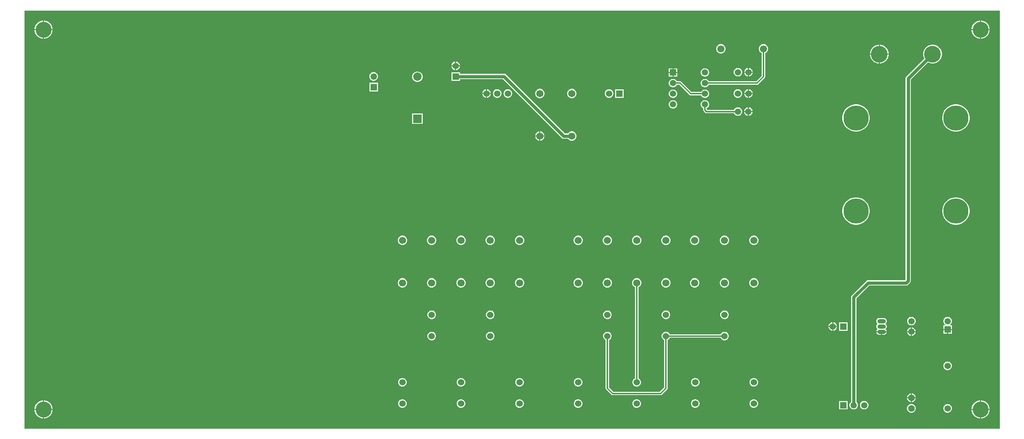
<source format=gbl>
G04*
G04 #@! TF.GenerationSoftware,Altium Limited,CircuitMaker,2.2.1 (2.2.1.6)*
G04*
G04 Layer_Physical_Order=2*
G04 Layer_Color=11436288*
%FSAX24Y24*%
%MOIN*%
G70*
G04*
G04 #@! TF.SameCoordinates,9E9C5540-E167-4C1C-9640-90AE9AA1DF71*
G04*
G04*
G04 #@! TF.FilePolarity,Positive*
G04*
G01*
G75*
%ADD37R,0.0787X0.0787*%
%ADD38C,0.0300*%
%ADD39C,0.0120*%
%ADD40C,0.0669*%
%ADD41C,0.0787*%
%ADD42R,0.0600X0.0600*%
%ADD43C,0.0600*%
%ADD44C,0.1500*%
%ADD45C,0.0591*%
%ADD46R,0.0591X0.0591*%
%ADD47C,0.0630*%
%ADD48R,0.0591X0.0591*%
%ADD49O,0.0787X0.0394*%
%ADD50O,0.0787X0.0394*%
%ADD51C,0.2362*%
%ADD52C,0.1575*%
%ADD53R,0.0600X0.0600*%
%ADD54R,0.0610X0.0610*%
%ADD55C,0.0610*%
G36*
X101600Y010000D02*
X010000D01*
Y049300D01*
X101600D01*
Y010000D01*
D02*
G37*
%LPC*%
G36*
X099884Y048350D02*
X099850D01*
Y047550D01*
X100650D01*
Y047584D01*
X100617Y047748D01*
X100553Y047903D01*
X100460Y048042D01*
X100342Y048160D01*
X100203Y048253D01*
X100048Y048317D01*
X099884Y048350D01*
D02*
G37*
G36*
X099750D02*
X099716D01*
X099552Y048317D01*
X099397Y048253D01*
X099258Y048160D01*
X099140Y048042D01*
X099047Y047903D01*
X098983Y047748D01*
X098950Y047584D01*
Y047550D01*
X099750D01*
Y048350D01*
D02*
G37*
G36*
X011884D02*
X011850D01*
Y047550D01*
X012650D01*
Y047584D01*
X012617Y047748D01*
X012553Y047903D01*
X012460Y048042D01*
X012342Y048160D01*
X012203Y048253D01*
X012048Y048317D01*
X011884Y048350D01*
D02*
G37*
G36*
X011750D02*
X011716D01*
X011552Y048317D01*
X011397Y048253D01*
X011258Y048160D01*
X011140Y048042D01*
X011047Y047903D01*
X010983Y047748D01*
X010950Y047584D01*
Y047550D01*
X011750D01*
Y048350D01*
D02*
G37*
G36*
X100650Y047450D02*
X099850D01*
Y046650D01*
X099884D01*
X100048Y046683D01*
X100203Y046747D01*
X100342Y046840D01*
X100460Y046958D01*
X100553Y047097D01*
X100617Y047252D01*
X100650Y047416D01*
Y047450D01*
D02*
G37*
G36*
X099750D02*
X098950D01*
Y047416D01*
X098983Y047252D01*
X099047Y047097D01*
X099140Y046958D01*
X099258Y046840D01*
X099397Y046747D01*
X099552Y046683D01*
X099716Y046650D01*
X099750D01*
Y047450D01*
D02*
G37*
G36*
X012650D02*
X011850D01*
Y046650D01*
X011884D01*
X012048Y046683D01*
X012203Y046747D01*
X012342Y046840D01*
X012460Y046958D01*
X012553Y047097D01*
X012617Y047252D01*
X012650Y047416D01*
Y047450D01*
D02*
G37*
G36*
X011750D02*
X010950D01*
Y047416D01*
X010983Y047252D01*
X011047Y047097D01*
X011140Y046958D01*
X011258Y046840D01*
X011397Y046747D01*
X011552Y046683D01*
X011716Y046650D01*
X011750D01*
Y047450D01*
D02*
G37*
G36*
X075457Y046135D02*
X075343D01*
X075232Y046105D01*
X075133Y046048D01*
X075052Y045967D01*
X074995Y045868D01*
X074965Y045757D01*
Y045643D01*
X074995Y045532D01*
X075052Y045433D01*
X075133Y045352D01*
X075232Y045295D01*
X075343Y045265D01*
X075457D01*
X075568Y045295D01*
X075667Y045352D01*
X075748Y045433D01*
X075805Y045532D01*
X075835Y045643D01*
Y045757D01*
X075805Y045868D01*
X075748Y045967D01*
X075667Y046048D01*
X075568Y046105D01*
X075457Y046135D01*
D02*
G37*
G36*
X090378Y046087D02*
X090341D01*
Y045250D01*
X091178D01*
Y045287D01*
X091144Y045459D01*
X091077Y045620D01*
X090980Y045766D01*
X090857Y045889D01*
X090711Y045986D01*
X090550Y046053D01*
X090378Y046087D01*
D02*
G37*
G36*
X090241D02*
X090204D01*
X090032Y046053D01*
X089871Y045986D01*
X089725Y045889D01*
X089602Y045766D01*
X089505Y045620D01*
X089438Y045459D01*
X089404Y045287D01*
Y045250D01*
X090241D01*
Y046087D01*
D02*
G37*
G36*
X095378D02*
X095204D01*
X095032Y046053D01*
X094871Y045986D01*
X094725Y045889D01*
X094602Y045766D01*
X094505Y045620D01*
X094438Y045459D01*
X094404Y045287D01*
Y045113D01*
X094438Y044941D01*
X094505Y044780D01*
X094507Y044776D01*
X092820Y043089D01*
X092765Y043007D01*
X092745Y042909D01*
Y024006D01*
X092694Y023955D01*
X089250D01*
X089152Y023935D01*
X089070Y023880D01*
X087704Y022515D01*
X087649Y022432D01*
X087629Y022334D01*
Y012504D01*
X087568Y012443D01*
X087516Y012353D01*
X087489Y012252D01*
Y012148D01*
X087516Y012047D01*
X087568Y011957D01*
X087642Y011884D01*
X087732Y011832D01*
X087832Y011805D01*
X087936D01*
X088037Y011832D01*
X088127Y011884D01*
X088201Y011957D01*
X088253Y012047D01*
X088280Y012148D01*
Y012252D01*
X088253Y012353D01*
X088201Y012443D01*
X088139Y012504D01*
Y022229D01*
X089356Y023445D01*
X092800D01*
X092898Y023465D01*
X092980Y023520D01*
X093180Y023720D01*
X093235Y023802D01*
X093255Y023900D01*
Y042803D01*
X094867Y044416D01*
X094871Y044414D01*
X095032Y044347D01*
X095204Y044313D01*
X095378D01*
X095550Y044347D01*
X095711Y044414D01*
X095857Y044511D01*
X095980Y044634D01*
X096077Y044780D01*
X096144Y044941D01*
X096178Y045113D01*
Y045287D01*
X096144Y045459D01*
X096077Y045620D01*
X095980Y045766D01*
X095857Y045889D01*
X095711Y045986D01*
X095550Y046053D01*
X095378Y046087D01*
D02*
G37*
G36*
X091178Y045150D02*
X090341D01*
Y044313D01*
X090378D01*
X090550Y044347D01*
X090711Y044414D01*
X090857Y044511D01*
X090980Y044634D01*
X091077Y044780D01*
X091144Y044941D01*
X091178Y045113D01*
Y045150D01*
D02*
G37*
G36*
X090241D02*
X089404D01*
Y045113D01*
X089438Y044941D01*
X089505Y044780D01*
X089602Y044634D01*
X089725Y044511D01*
X089871Y044414D01*
X090032Y044347D01*
X090204Y044313D01*
X090241D01*
Y045150D01*
D02*
G37*
G36*
X050553Y044500D02*
X050550D01*
Y044150D01*
X050900D01*
Y044153D01*
X050873Y044254D01*
X050820Y044346D01*
X050746Y044420D01*
X050654Y044473D01*
X050553Y044500D01*
D02*
G37*
G36*
X050450D02*
X050447D01*
X050346Y044473D01*
X050254Y044420D01*
X050180Y044346D01*
X050127Y044254D01*
X050100Y044153D01*
Y044150D01*
X050450D01*
Y044500D01*
D02*
G37*
G36*
X050900Y044050D02*
X050550D01*
Y043700D01*
X050553D01*
X050654Y043727D01*
X050746Y043780D01*
X050820Y043854D01*
X050873Y043946D01*
X050900Y044047D01*
Y044050D01*
D02*
G37*
G36*
X050450D02*
X050100D01*
Y044047D01*
X050127Y043946D01*
X050180Y043854D01*
X050254Y043780D01*
X050346Y043727D01*
X050447Y043700D01*
X050450D01*
Y044050D01*
D02*
G37*
G36*
X078052Y043895D02*
X078050D01*
Y043550D01*
X078395D01*
Y043552D01*
X078368Y043653D01*
X078316Y043743D01*
X078243Y043816D01*
X078153Y043868D01*
X078052Y043895D01*
D02*
G37*
G36*
X077950D02*
X077948D01*
X077847Y043868D01*
X077757Y043816D01*
X077684Y043743D01*
X077632Y043653D01*
X077605Y043552D01*
Y043550D01*
X077950D01*
Y043895D01*
D02*
G37*
G36*
X071310Y043866D02*
X070964D01*
Y043521D01*
X071310D01*
Y043866D01*
D02*
G37*
G36*
X070864D02*
X070519D01*
Y043521D01*
X070864D01*
Y043866D01*
D02*
G37*
G36*
X078395Y043450D02*
X078050D01*
Y043105D01*
X078052D01*
X078153Y043132D01*
X078243Y043184D01*
X078316Y043257D01*
X078368Y043347D01*
X078395Y043448D01*
Y043450D01*
D02*
G37*
G36*
X077950D02*
X077605D01*
Y043448D01*
X077632Y043347D01*
X077684Y043257D01*
X077757Y043184D01*
X077847Y043132D01*
X077948Y043105D01*
X077950D01*
Y043450D01*
D02*
G37*
G36*
X077068Y043895D02*
X076964D01*
X076863Y043868D01*
X076773Y043816D01*
X076699Y043743D01*
X076647Y043653D01*
X076620Y043552D01*
Y043448D01*
X076647Y043347D01*
X076699Y043257D01*
X076773Y043184D01*
X076863Y043132D01*
X076964Y043105D01*
X077068D01*
X077168Y043132D01*
X077258Y043184D01*
X077332Y043257D01*
X077384Y043347D01*
X077411Y043448D01*
Y043552D01*
X077384Y043653D01*
X077332Y043743D01*
X077258Y043816D01*
X077168Y043868D01*
X077068Y043895D01*
D02*
G37*
G36*
X073966Y043866D02*
X073862D01*
X073762Y043839D01*
X073672Y043787D01*
X073598Y043714D01*
X073546Y043623D01*
X073519Y043523D01*
Y043419D01*
X073546Y043318D01*
X073598Y043228D01*
X073672Y043155D01*
X073762Y043103D01*
X073862Y043076D01*
X073966D01*
X074067Y043103D01*
X074157Y043155D01*
X074231Y043228D01*
X074283Y043318D01*
X074310Y043419D01*
Y043523D01*
X074283Y043623D01*
X074231Y043714D01*
X074157Y043787D01*
X074067Y043839D01*
X073966Y043866D01*
D02*
G37*
G36*
X071310Y043421D02*
X070964D01*
Y043076D01*
X071310D01*
Y043421D01*
D02*
G37*
G36*
X070864D02*
X070519D01*
Y043076D01*
X070864D01*
Y043421D01*
D02*
G37*
G36*
X042853Y043505D02*
X042747D01*
X042644Y043478D01*
X042551Y043424D01*
X042476Y043349D01*
X042422Y043256D01*
X042395Y043153D01*
Y043047D01*
X042422Y042944D01*
X042476Y042851D01*
X042551Y042776D01*
X042644Y042722D01*
X042747Y042695D01*
X042853D01*
X042956Y042722D01*
X043049Y042776D01*
X043124Y042851D01*
X043178Y042944D01*
X043205Y043047D01*
Y043153D01*
X043178Y043256D01*
X043124Y043349D01*
X043049Y043424D01*
X042956Y043478D01*
X042853Y043505D01*
D02*
G37*
G36*
X079457Y046135D02*
X079343D01*
X079232Y046105D01*
X079133Y046048D01*
X079052Y045967D01*
X078995Y045868D01*
X078965Y045757D01*
Y045643D01*
X078995Y045532D01*
X079052Y045433D01*
X079133Y045352D01*
X079232Y045295D01*
X079237Y045294D01*
Y043138D01*
X078732Y042634D01*
X074277D01*
X074231Y042714D01*
X074157Y042787D01*
X074067Y042839D01*
X073966Y042866D01*
X073862D01*
X073762Y042839D01*
X073672Y042787D01*
X073598Y042714D01*
X073546Y042623D01*
X073519Y042523D01*
Y042419D01*
X073546Y042318D01*
X073598Y042228D01*
X073672Y042155D01*
X073762Y042103D01*
X073862Y042076D01*
X073966D01*
X074067Y042103D01*
X074157Y042155D01*
X074231Y042228D01*
X074277Y042308D01*
X078800D01*
X078862Y042320D01*
X078915Y042356D01*
X079515Y042956D01*
X079551Y043008D01*
X079563Y043071D01*
Y045294D01*
X079568Y045295D01*
X079667Y045352D01*
X079748Y045433D01*
X079805Y045532D01*
X079835Y045643D01*
Y045757D01*
X079805Y045868D01*
X079748Y045967D01*
X079667Y046048D01*
X079568Y046105D01*
X079457Y046135D01*
D02*
G37*
G36*
X046965Y043562D02*
X046835D01*
X046709Y043529D01*
X046597Y043464D01*
X046505Y043372D01*
X046440Y043259D01*
X046406Y043134D01*
Y043004D01*
X046440Y042878D01*
X046505Y042765D01*
X046597Y042673D01*
X046709Y042608D01*
X046835Y042575D01*
X046965D01*
X047091Y042608D01*
X047203Y042673D01*
X047295Y042765D01*
X047360Y042878D01*
X047394Y043004D01*
Y043134D01*
X047360Y043259D01*
X047295Y043372D01*
X047203Y043464D01*
X047091Y043529D01*
X046965Y043562D01*
D02*
G37*
G36*
X043205Y042505D02*
X042395D01*
Y041695D01*
X043205D01*
Y042505D01*
D02*
G37*
G36*
X053453Y041900D02*
X053450D01*
Y041550D01*
X053800D01*
Y041553D01*
X053773Y041654D01*
X053720Y041746D01*
X053646Y041820D01*
X053554Y041873D01*
X053453Y041900D01*
D02*
G37*
G36*
X078053D02*
X078050D01*
Y041550D01*
X078400D01*
Y041553D01*
X078373Y041654D01*
X078320Y041746D01*
X078246Y041820D01*
X078154Y041873D01*
X078053Y041900D01*
D02*
G37*
G36*
X077950D02*
X077947D01*
X077846Y041873D01*
X077754Y041820D01*
X077680Y041746D01*
X077627Y041654D01*
X077600Y041553D01*
Y041550D01*
X077950D01*
Y041900D01*
D02*
G37*
G36*
X053350D02*
X053347D01*
X053246Y041873D01*
X053154Y041820D01*
X053080Y041746D01*
X053027Y041654D01*
X053000Y041553D01*
Y041550D01*
X053350D01*
Y041900D01*
D02*
G37*
G36*
X066292Y041900D02*
X065492D01*
Y041100D01*
X066292D01*
Y041900D01*
D02*
G37*
G36*
X064961D02*
X064855D01*
X064754Y041873D01*
X064662Y041820D01*
X064588Y041746D01*
X064535Y041654D01*
X064508Y041553D01*
Y041447D01*
X064535Y041346D01*
X064588Y041254D01*
X064662Y041180D01*
X064754Y041127D01*
X064855Y041100D01*
X064961D01*
X065062Y041127D01*
X065154Y041180D01*
X065228Y041254D01*
X065281Y041346D01*
X065308Y041447D01*
Y041553D01*
X065281Y041654D01*
X065228Y041746D01*
X065154Y041820D01*
X065062Y041873D01*
X064961Y041900D01*
D02*
G37*
G36*
X078400Y041450D02*
X078050D01*
Y041100D01*
X078053D01*
X078154Y041127D01*
X078246Y041180D01*
X078320Y041254D01*
X078373Y041346D01*
X078400Y041447D01*
Y041450D01*
D02*
G37*
G36*
X077950D02*
X077600D01*
Y041447D01*
X077627Y041346D01*
X077680Y041254D01*
X077754Y041180D01*
X077846Y041127D01*
X077947Y041100D01*
X077950D01*
Y041450D01*
D02*
G37*
G36*
X077053Y041900D02*
X076947D01*
X076846Y041873D01*
X076754Y041820D01*
X076680Y041746D01*
X076627Y041654D01*
X076600Y041553D01*
Y041447D01*
X076627Y041346D01*
X076680Y041254D01*
X076754Y041180D01*
X076846Y041127D01*
X076947Y041100D01*
X077053D01*
X077154Y041127D01*
X077246Y041180D01*
X077320Y041254D01*
X077373Y041346D01*
X077400Y041447D01*
Y041553D01*
X077373Y041654D01*
X077320Y041746D01*
X077246Y041820D01*
X077154Y041873D01*
X077053Y041900D01*
D02*
G37*
G36*
X055453D02*
X055347D01*
X055246Y041873D01*
X055154Y041820D01*
X055080Y041746D01*
X055027Y041654D01*
X055000Y041553D01*
Y041447D01*
X055027Y041346D01*
X055080Y041254D01*
X055154Y041180D01*
X055246Y041127D01*
X055347Y041100D01*
X055453D01*
X055554Y041127D01*
X055646Y041180D01*
X055720Y041254D01*
X055773Y041346D01*
X055800Y041447D01*
Y041553D01*
X055773Y041654D01*
X055720Y041746D01*
X055646Y041820D01*
X055554Y041873D01*
X055453Y041900D01*
D02*
G37*
G36*
X054453D02*
X054347D01*
X054246Y041873D01*
X054154Y041820D01*
X054080Y041746D01*
X054027Y041654D01*
X054000Y041553D01*
Y041447D01*
X054027Y041346D01*
X054080Y041254D01*
X054154Y041180D01*
X054246Y041127D01*
X054347Y041100D01*
X054453D01*
X054554Y041127D01*
X054646Y041180D01*
X054720Y041254D01*
X054773Y041346D01*
X054800Y041447D01*
Y041553D01*
X054773Y041654D01*
X054720Y041746D01*
X054646Y041820D01*
X054554Y041873D01*
X054453Y041900D01*
D02*
G37*
G36*
X053800Y041450D02*
X053450D01*
Y041100D01*
X053453D01*
X053554Y041127D01*
X053646Y041180D01*
X053720Y041254D01*
X053773Y041346D01*
X053800Y041447D01*
Y041450D01*
D02*
G37*
G36*
X053350D02*
X053000D01*
Y041447D01*
X053027Y041346D01*
X053080Y041254D01*
X053154Y041180D01*
X053246Y041127D01*
X053347Y041100D01*
X053350D01*
Y041450D01*
D02*
G37*
G36*
X070966Y042866D02*
X070862D01*
X070762Y042839D01*
X070672Y042787D01*
X070598Y042714D01*
X070546Y042623D01*
X070519Y042523D01*
Y042419D01*
X070546Y042318D01*
X070598Y042228D01*
X070672Y042155D01*
X070762Y042103D01*
X070862Y042076D01*
X070966D01*
X071067Y042103D01*
X071157Y042155D01*
X071231Y042228D01*
X071277Y042308D01*
X071512D01*
X072464Y041356D01*
X072517Y041320D01*
X072579Y041308D01*
X072579Y041308D01*
X073552D01*
X073598Y041228D01*
X073672Y041155D01*
X073762Y041103D01*
X073862Y041076D01*
X073966D01*
X074067Y041103D01*
X074157Y041155D01*
X074231Y041228D01*
X074283Y041318D01*
X074310Y041419D01*
Y041523D01*
X074283Y041623D01*
X074231Y041714D01*
X074157Y041787D01*
X074067Y041839D01*
X073966Y041866D01*
X073862D01*
X073762Y041839D01*
X073672Y041787D01*
X073598Y041714D01*
X073552Y041634D01*
X072647D01*
X071694Y042586D01*
X071642Y042622D01*
X071579Y042634D01*
X071277D01*
X071231Y042714D01*
X071157Y042787D01*
X071067Y042839D01*
X070966Y042866D01*
D02*
G37*
G36*
Y041866D02*
X070862D01*
X070762Y041839D01*
X070672Y041787D01*
X070598Y041714D01*
X070546Y041623D01*
X070519Y041523D01*
Y041419D01*
X070546Y041318D01*
X070598Y041228D01*
X070672Y041155D01*
X070762Y041103D01*
X070862Y041076D01*
X070966D01*
X071067Y041103D01*
X071157Y041155D01*
X071231Y041228D01*
X071283Y041318D01*
X071310Y041419D01*
Y041523D01*
X071283Y041623D01*
X071231Y041714D01*
X071157Y041787D01*
X071067Y041839D01*
X070966Y041866D01*
D02*
G37*
G36*
X061457Y041935D02*
X061343D01*
X061232Y041905D01*
X061133Y041848D01*
X061052Y041767D01*
X060995Y041668D01*
X060965Y041557D01*
Y041443D01*
X060995Y041332D01*
X061052Y041233D01*
X061133Y041152D01*
X061232Y041095D01*
X061343Y041065D01*
X061457D01*
X061568Y041095D01*
X061667Y041152D01*
X061748Y041233D01*
X061805Y041332D01*
X061835Y041443D01*
Y041557D01*
X061805Y041668D01*
X061748Y041767D01*
X061667Y041848D01*
X061568Y041905D01*
X061457Y041935D01*
D02*
G37*
G36*
X058457D02*
X058343D01*
X058232Y041905D01*
X058133Y041848D01*
X058052Y041767D01*
X057995Y041668D01*
X057965Y041557D01*
Y041443D01*
X057995Y041332D01*
X058052Y041233D01*
X058133Y041152D01*
X058232Y041095D01*
X058343Y041065D01*
X058457D01*
X058568Y041095D01*
X058667Y041152D01*
X058748Y041233D01*
X058805Y041332D01*
X058835Y041443D01*
Y041557D01*
X058805Y041668D01*
X058748Y041767D01*
X058667Y041848D01*
X058568Y041905D01*
X058457Y041935D01*
D02*
G37*
G36*
X070966Y040866D02*
X070862D01*
X070762Y040839D01*
X070672Y040787D01*
X070598Y040714D01*
X070546Y040623D01*
X070519Y040523D01*
Y040419D01*
X070546Y040318D01*
X070598Y040228D01*
X070672Y040155D01*
X070762Y040103D01*
X070862Y040076D01*
X070966D01*
X071067Y040103D01*
X071157Y040155D01*
X071231Y040228D01*
X071283Y040318D01*
X071310Y040419D01*
Y040523D01*
X071283Y040623D01*
X071231Y040714D01*
X071157Y040787D01*
X071067Y040839D01*
X070966Y040866D01*
D02*
G37*
G36*
X078044Y040195D02*
X078042D01*
Y039850D01*
X078387D01*
Y039852D01*
X078360Y039953D01*
X078308Y040043D01*
X078235Y040116D01*
X078145Y040168D01*
X078044Y040195D01*
D02*
G37*
G36*
X077942D02*
X077940D01*
X077840Y040168D01*
X077749Y040116D01*
X077676Y040043D01*
X077624Y039953D01*
X077597Y039852D01*
Y039850D01*
X077942D01*
Y040195D01*
D02*
G37*
G36*
X078387Y039750D02*
X078042D01*
Y039405D01*
X078044D01*
X078145Y039432D01*
X078235Y039484D01*
X078308Y039557D01*
X078360Y039647D01*
X078387Y039748D01*
Y039750D01*
D02*
G37*
G36*
X077942D02*
X077597D01*
Y039748D01*
X077624Y039647D01*
X077676Y039557D01*
X077749Y039484D01*
X077840Y039432D01*
X077940Y039405D01*
X077942D01*
Y039750D01*
D02*
G37*
G36*
X073966Y040866D02*
X073862D01*
X073762Y040839D01*
X073672Y040787D01*
X073598Y040714D01*
X073546Y040623D01*
X073519Y040523D01*
Y040419D01*
X073546Y040318D01*
X073598Y040228D01*
X073672Y040155D01*
X073751Y040109D01*
Y039936D01*
X073764Y039873D01*
X073799Y039820D01*
X073935Y039685D01*
X073988Y039649D01*
X074050Y039637D01*
X076646D01*
X076692Y039557D01*
X076765Y039484D01*
X076855Y039432D01*
X076956Y039405D01*
X077060D01*
X077160Y039432D01*
X077251Y039484D01*
X077324Y039557D01*
X077376Y039647D01*
X077403Y039748D01*
Y039852D01*
X077376Y039953D01*
X077324Y040043D01*
X077251Y040116D01*
X077160Y040168D01*
X077060Y040195D01*
X076956D01*
X076855Y040168D01*
X076765Y040116D01*
X076692Y040043D01*
X076646Y039963D01*
X074118D01*
X074077Y040003D01*
Y040109D01*
X074157Y040155D01*
X074231Y040228D01*
X074283Y040318D01*
X074310Y040419D01*
Y040523D01*
X074283Y040623D01*
X074231Y040714D01*
X074157Y040787D01*
X074067Y040839D01*
X073966Y040866D01*
D02*
G37*
G36*
X047394Y039625D02*
X046406D01*
Y038638D01*
X047394D01*
Y039625D01*
D02*
G37*
G36*
X097583Y040481D02*
X097381D01*
X097182Y040450D01*
X096990Y040387D01*
X096810Y040296D01*
X096647Y040177D01*
X096505Y040035D01*
X096386Y039871D01*
X096295Y039692D01*
X096232Y039500D01*
X096201Y039301D01*
Y039099D01*
X096232Y038900D01*
X096295Y038708D01*
X096386Y038529D01*
X096505Y038365D01*
X096647Y038223D01*
X096810Y038104D01*
X096990Y038013D01*
X097182Y037950D01*
X097381Y037919D01*
X097583D01*
X097782Y037950D01*
X097974Y038013D01*
X098153Y038104D01*
X098316Y038223D01*
X098459Y038365D01*
X098578Y038529D01*
X098669Y038708D01*
X098731Y038900D01*
X098763Y039099D01*
Y039301D01*
X098731Y039500D01*
X098669Y039692D01*
X098578Y039871D01*
X098459Y040035D01*
X098316Y040177D01*
X098153Y040296D01*
X097974Y040387D01*
X097782Y040450D01*
X097583Y040481D01*
D02*
G37*
G36*
X088201D02*
X087999D01*
X087800Y040450D01*
X087608Y040387D01*
X087429Y040296D01*
X087265Y040177D01*
X087123Y040035D01*
X087004Y039871D01*
X086913Y039692D01*
X086850Y039500D01*
X086819Y039301D01*
Y039099D01*
X086850Y038900D01*
X086913Y038708D01*
X087004Y038529D01*
X087123Y038365D01*
X087265Y038223D01*
X087429Y038104D01*
X087608Y038013D01*
X087800Y037950D01*
X087999Y037919D01*
X088201D01*
X088400Y037950D01*
X088592Y038013D01*
X088771Y038104D01*
X088935Y038223D01*
X089077Y038365D01*
X089196Y038529D01*
X089287Y038708D01*
X089350Y038900D01*
X089381Y039099D01*
Y039301D01*
X089350Y039500D01*
X089287Y039692D01*
X089196Y039871D01*
X089077Y040035D01*
X088935Y040177D01*
X088771Y040296D01*
X088592Y040387D01*
X088400Y040450D01*
X088201Y040481D01*
D02*
G37*
G36*
X058457Y037935D02*
X058450D01*
Y037550D01*
X058835D01*
Y037557D01*
X058805Y037668D01*
X058748Y037767D01*
X058667Y037848D01*
X058568Y037905D01*
X058457Y037935D01*
D02*
G37*
G36*
X058350D02*
X058343D01*
X058232Y037905D01*
X058133Y037848D01*
X058052Y037767D01*
X057995Y037668D01*
X057965Y037557D01*
Y037550D01*
X058350D01*
Y037935D01*
D02*
G37*
G36*
X050900Y043500D02*
X050100D01*
Y042700D01*
X050900D01*
Y042845D01*
X054944D01*
X060470Y037320D01*
X060552Y037264D01*
X060650Y037245D01*
X061045D01*
X061052Y037233D01*
X061133Y037152D01*
X061232Y037095D01*
X061343Y037065D01*
X061457D01*
X061568Y037095D01*
X061667Y037152D01*
X061748Y037233D01*
X061805Y037332D01*
X061835Y037443D01*
Y037557D01*
X061805Y037668D01*
X061748Y037767D01*
X061667Y037848D01*
X061568Y037905D01*
X061457Y037935D01*
X061343D01*
X061232Y037905D01*
X061133Y037848D01*
X061052Y037767D01*
X061045Y037755D01*
X060756D01*
X055230Y043280D01*
X055148Y043335D01*
X055050Y043355D01*
X050900D01*
Y043500D01*
D02*
G37*
G36*
X058835Y037450D02*
X058450D01*
Y037065D01*
X058457D01*
X058568Y037095D01*
X058667Y037152D01*
X058748Y037233D01*
X058805Y037332D01*
X058835Y037443D01*
Y037450D01*
D02*
G37*
G36*
X058350D02*
X057965D01*
Y037443D01*
X057995Y037332D01*
X058052Y037233D01*
X058133Y037152D01*
X058232Y037095D01*
X058343Y037065D01*
X058350D01*
Y037450D01*
D02*
G37*
G36*
X097583Y031729D02*
X097381D01*
X097182Y031698D01*
X096990Y031635D01*
X096810Y031544D01*
X096647Y031425D01*
X096505Y031283D01*
X096386Y031119D01*
X096295Y030940D01*
X096232Y030748D01*
X096201Y030549D01*
Y030347D01*
X096232Y030148D01*
X096295Y029956D01*
X096386Y029777D01*
X096505Y029613D01*
X096647Y029471D01*
X096810Y029352D01*
X096990Y029261D01*
X097182Y029198D01*
X097381Y029167D01*
X097583D01*
X097782Y029198D01*
X097974Y029261D01*
X098153Y029352D01*
X098316Y029471D01*
X098459Y029613D01*
X098578Y029777D01*
X098669Y029956D01*
X098731Y030148D01*
X098763Y030347D01*
Y030549D01*
X098731Y030748D01*
X098669Y030940D01*
X098578Y031119D01*
X098459Y031283D01*
X098316Y031425D01*
X098153Y031544D01*
X097974Y031635D01*
X097782Y031698D01*
X097583Y031729D01*
D02*
G37*
G36*
X088201D02*
X087999D01*
X087800Y031698D01*
X087608Y031635D01*
X087429Y031544D01*
X087265Y031425D01*
X087123Y031283D01*
X087004Y031119D01*
X086913Y030940D01*
X086850Y030748D01*
X086819Y030549D01*
Y030347D01*
X086850Y030148D01*
X086913Y029956D01*
X087004Y029777D01*
X087123Y029613D01*
X087265Y029471D01*
X087429Y029352D01*
X087608Y029261D01*
X087800Y029198D01*
X087999Y029167D01*
X088201D01*
X088400Y029198D01*
X088592Y029261D01*
X088771Y029352D01*
X088935Y029471D01*
X089077Y029613D01*
X089196Y029777D01*
X089287Y029956D01*
X089350Y030148D01*
X089381Y030347D01*
Y030549D01*
X089350Y030748D01*
X089287Y030940D01*
X089196Y031119D01*
X089077Y031283D01*
X088935Y031425D01*
X088771Y031544D01*
X088592Y031635D01*
X088400Y031698D01*
X088201Y031729D01*
D02*
G37*
G36*
X078557Y028135D02*
X078443D01*
X078332Y028105D01*
X078233Y028048D01*
X078152Y027967D01*
X078095Y027868D01*
X078065Y027757D01*
Y027643D01*
X078095Y027532D01*
X078152Y027433D01*
X078233Y027352D01*
X078332Y027295D01*
X078443Y027265D01*
X078557D01*
X078668Y027295D01*
X078767Y027352D01*
X078848Y027433D01*
X078905Y027532D01*
X078935Y027643D01*
Y027757D01*
X078905Y027868D01*
X078848Y027967D01*
X078767Y028048D01*
X078668Y028105D01*
X078557Y028135D01*
D02*
G37*
G36*
X075807D02*
X075693D01*
X075582Y028105D01*
X075483Y028048D01*
X075402Y027967D01*
X075345Y027868D01*
X075315Y027757D01*
Y027643D01*
X075345Y027532D01*
X075402Y027433D01*
X075483Y027352D01*
X075582Y027295D01*
X075693Y027265D01*
X075807D01*
X075918Y027295D01*
X076017Y027352D01*
X076098Y027433D01*
X076155Y027532D01*
X076185Y027643D01*
Y027757D01*
X076155Y027868D01*
X076098Y027967D01*
X076017Y028048D01*
X075918Y028105D01*
X075807Y028135D01*
D02*
G37*
G36*
X073007D02*
X072893D01*
X072782Y028105D01*
X072683Y028048D01*
X072602Y027967D01*
X072545Y027868D01*
X072515Y027757D01*
Y027643D01*
X072545Y027532D01*
X072602Y027433D01*
X072683Y027352D01*
X072782Y027295D01*
X072893Y027265D01*
X073007D01*
X073118Y027295D01*
X073217Y027352D01*
X073298Y027433D01*
X073355Y027532D01*
X073385Y027643D01*
Y027757D01*
X073355Y027868D01*
X073298Y027967D01*
X073217Y028048D01*
X073118Y028105D01*
X073007Y028135D01*
D02*
G37*
G36*
X070307D02*
X070193D01*
X070082Y028105D01*
X069983Y028048D01*
X069902Y027967D01*
X069845Y027868D01*
X069815Y027757D01*
Y027643D01*
X069845Y027532D01*
X069902Y027433D01*
X069983Y027352D01*
X070082Y027295D01*
X070193Y027265D01*
X070307D01*
X070418Y027295D01*
X070517Y027352D01*
X070598Y027433D01*
X070655Y027532D01*
X070685Y027643D01*
Y027757D01*
X070655Y027868D01*
X070598Y027967D01*
X070517Y028048D01*
X070418Y028105D01*
X070307Y028135D01*
D02*
G37*
G36*
X067557D02*
X067443D01*
X067332Y028105D01*
X067233Y028048D01*
X067152Y027967D01*
X067095Y027868D01*
X067065Y027757D01*
Y027643D01*
X067095Y027532D01*
X067152Y027433D01*
X067233Y027352D01*
X067332Y027295D01*
X067443Y027265D01*
X067557D01*
X067668Y027295D01*
X067767Y027352D01*
X067848Y027433D01*
X067905Y027532D01*
X067935Y027643D01*
Y027757D01*
X067905Y027868D01*
X067848Y027967D01*
X067767Y028048D01*
X067668Y028105D01*
X067557Y028135D01*
D02*
G37*
G36*
X064807D02*
X064693D01*
X064582Y028105D01*
X064483Y028048D01*
X064402Y027967D01*
X064345Y027868D01*
X064315Y027757D01*
Y027643D01*
X064345Y027532D01*
X064402Y027433D01*
X064483Y027352D01*
X064582Y027295D01*
X064693Y027265D01*
X064807D01*
X064918Y027295D01*
X065017Y027352D01*
X065098Y027433D01*
X065155Y027532D01*
X065185Y027643D01*
Y027757D01*
X065155Y027868D01*
X065098Y027967D01*
X065017Y028048D01*
X064918Y028105D01*
X064807Y028135D01*
D02*
G37*
G36*
X062057D02*
X061943D01*
X061832Y028105D01*
X061733Y028048D01*
X061652Y027967D01*
X061595Y027868D01*
X061565Y027757D01*
Y027643D01*
X061595Y027532D01*
X061652Y027433D01*
X061733Y027352D01*
X061832Y027295D01*
X061943Y027265D01*
X062057D01*
X062168Y027295D01*
X062267Y027352D01*
X062348Y027433D01*
X062405Y027532D01*
X062435Y027643D01*
Y027757D01*
X062405Y027868D01*
X062348Y027967D01*
X062267Y028048D01*
X062168Y028105D01*
X062057Y028135D01*
D02*
G37*
G36*
X056557D02*
X056443D01*
X056332Y028105D01*
X056233Y028048D01*
X056152Y027967D01*
X056095Y027868D01*
X056065Y027757D01*
Y027643D01*
X056095Y027532D01*
X056152Y027433D01*
X056233Y027352D01*
X056332Y027295D01*
X056443Y027265D01*
X056557D01*
X056668Y027295D01*
X056767Y027352D01*
X056848Y027433D01*
X056905Y027532D01*
X056935Y027643D01*
Y027757D01*
X056905Y027868D01*
X056848Y027967D01*
X056767Y028048D01*
X056668Y028105D01*
X056557Y028135D01*
D02*
G37*
G36*
X053807D02*
X053693D01*
X053582Y028105D01*
X053483Y028048D01*
X053402Y027967D01*
X053345Y027868D01*
X053315Y027757D01*
Y027643D01*
X053345Y027532D01*
X053402Y027433D01*
X053483Y027352D01*
X053582Y027295D01*
X053693Y027265D01*
X053807D01*
X053918Y027295D01*
X054017Y027352D01*
X054098Y027433D01*
X054155Y027532D01*
X054185Y027643D01*
Y027757D01*
X054155Y027868D01*
X054098Y027967D01*
X054017Y028048D01*
X053918Y028105D01*
X053807Y028135D01*
D02*
G37*
G36*
X051057D02*
X050943D01*
X050832Y028105D01*
X050733Y028048D01*
X050652Y027967D01*
X050595Y027868D01*
X050565Y027757D01*
Y027643D01*
X050595Y027532D01*
X050652Y027433D01*
X050733Y027352D01*
X050832Y027295D01*
X050943Y027265D01*
X051057D01*
X051168Y027295D01*
X051267Y027352D01*
X051348Y027433D01*
X051405Y027532D01*
X051435Y027643D01*
Y027757D01*
X051405Y027868D01*
X051348Y027967D01*
X051267Y028048D01*
X051168Y028105D01*
X051057Y028135D01*
D02*
G37*
G36*
X048307D02*
X048193D01*
X048082Y028105D01*
X047983Y028048D01*
X047902Y027967D01*
X047845Y027868D01*
X047815Y027757D01*
Y027643D01*
X047845Y027532D01*
X047902Y027433D01*
X047983Y027352D01*
X048082Y027295D01*
X048193Y027265D01*
X048307D01*
X048418Y027295D01*
X048517Y027352D01*
X048598Y027433D01*
X048655Y027532D01*
X048685Y027643D01*
Y027757D01*
X048655Y027868D01*
X048598Y027967D01*
X048517Y028048D01*
X048418Y028105D01*
X048307Y028135D01*
D02*
G37*
G36*
X045557D02*
X045443D01*
X045332Y028105D01*
X045233Y028048D01*
X045152Y027967D01*
X045095Y027868D01*
X045065Y027757D01*
Y027643D01*
X045095Y027532D01*
X045152Y027433D01*
X045233Y027352D01*
X045332Y027295D01*
X045443Y027265D01*
X045557D01*
X045668Y027295D01*
X045767Y027352D01*
X045848Y027433D01*
X045905Y027532D01*
X045935Y027643D01*
Y027757D01*
X045905Y027868D01*
X045848Y027967D01*
X045767Y028048D01*
X045668Y028105D01*
X045557Y028135D01*
D02*
G37*
G36*
X078557Y024135D02*
X078443D01*
X078332Y024105D01*
X078233Y024048D01*
X078152Y023967D01*
X078095Y023868D01*
X078065Y023757D01*
Y023643D01*
X078095Y023532D01*
X078152Y023433D01*
X078233Y023352D01*
X078332Y023295D01*
X078443Y023265D01*
X078557D01*
X078668Y023295D01*
X078767Y023352D01*
X078848Y023433D01*
X078905Y023532D01*
X078935Y023643D01*
Y023757D01*
X078905Y023868D01*
X078848Y023967D01*
X078767Y024048D01*
X078668Y024105D01*
X078557Y024135D01*
D02*
G37*
G36*
X075807D02*
X075693D01*
X075582Y024105D01*
X075483Y024048D01*
X075402Y023967D01*
X075345Y023868D01*
X075315Y023757D01*
Y023643D01*
X075345Y023532D01*
X075402Y023433D01*
X075483Y023352D01*
X075582Y023295D01*
X075693Y023265D01*
X075807D01*
X075918Y023295D01*
X076017Y023352D01*
X076098Y023433D01*
X076155Y023532D01*
X076185Y023643D01*
Y023757D01*
X076155Y023868D01*
X076098Y023967D01*
X076017Y024048D01*
X075918Y024105D01*
X075807Y024135D01*
D02*
G37*
G36*
X073007D02*
X072893D01*
X072782Y024105D01*
X072683Y024048D01*
X072602Y023967D01*
X072545Y023868D01*
X072515Y023757D01*
Y023643D01*
X072545Y023532D01*
X072602Y023433D01*
X072683Y023352D01*
X072782Y023295D01*
X072893Y023265D01*
X073007D01*
X073118Y023295D01*
X073217Y023352D01*
X073298Y023433D01*
X073355Y023532D01*
X073385Y023643D01*
Y023757D01*
X073355Y023868D01*
X073298Y023967D01*
X073217Y024048D01*
X073118Y024105D01*
X073007Y024135D01*
D02*
G37*
G36*
X070307D02*
X070193D01*
X070082Y024105D01*
X069983Y024048D01*
X069902Y023967D01*
X069845Y023868D01*
X069815Y023757D01*
Y023643D01*
X069845Y023532D01*
X069902Y023433D01*
X069983Y023352D01*
X070082Y023295D01*
X070193Y023265D01*
X070307D01*
X070418Y023295D01*
X070517Y023352D01*
X070598Y023433D01*
X070655Y023532D01*
X070685Y023643D01*
Y023757D01*
X070655Y023868D01*
X070598Y023967D01*
X070517Y024048D01*
X070418Y024105D01*
X070307Y024135D01*
D02*
G37*
G36*
X064807D02*
X064693D01*
X064582Y024105D01*
X064483Y024048D01*
X064402Y023967D01*
X064345Y023868D01*
X064315Y023757D01*
Y023643D01*
X064345Y023532D01*
X064402Y023433D01*
X064483Y023352D01*
X064582Y023295D01*
X064693Y023265D01*
X064807D01*
X064918Y023295D01*
X065017Y023352D01*
X065098Y023433D01*
X065155Y023532D01*
X065185Y023643D01*
Y023757D01*
X065155Y023868D01*
X065098Y023967D01*
X065017Y024048D01*
X064918Y024105D01*
X064807Y024135D01*
D02*
G37*
G36*
X062057D02*
X061943D01*
X061832Y024105D01*
X061733Y024048D01*
X061652Y023967D01*
X061595Y023868D01*
X061565Y023757D01*
Y023643D01*
X061595Y023532D01*
X061652Y023433D01*
X061733Y023352D01*
X061832Y023295D01*
X061943Y023265D01*
X062057D01*
X062168Y023295D01*
X062267Y023352D01*
X062348Y023433D01*
X062405Y023532D01*
X062435Y023643D01*
Y023757D01*
X062405Y023868D01*
X062348Y023967D01*
X062267Y024048D01*
X062168Y024105D01*
X062057Y024135D01*
D02*
G37*
G36*
X056557D02*
X056443D01*
X056332Y024105D01*
X056233Y024048D01*
X056152Y023967D01*
X056095Y023868D01*
X056065Y023757D01*
Y023643D01*
X056095Y023532D01*
X056152Y023433D01*
X056233Y023352D01*
X056332Y023295D01*
X056443Y023265D01*
X056557D01*
X056668Y023295D01*
X056767Y023352D01*
X056848Y023433D01*
X056905Y023532D01*
X056935Y023643D01*
Y023757D01*
X056905Y023868D01*
X056848Y023967D01*
X056767Y024048D01*
X056668Y024105D01*
X056557Y024135D01*
D02*
G37*
G36*
X053807D02*
X053693D01*
X053582Y024105D01*
X053483Y024048D01*
X053402Y023967D01*
X053345Y023868D01*
X053315Y023757D01*
Y023643D01*
X053345Y023532D01*
X053402Y023433D01*
X053483Y023352D01*
X053582Y023295D01*
X053693Y023265D01*
X053807D01*
X053918Y023295D01*
X054017Y023352D01*
X054098Y023433D01*
X054155Y023532D01*
X054185Y023643D01*
Y023757D01*
X054155Y023868D01*
X054098Y023967D01*
X054017Y024048D01*
X053918Y024105D01*
X053807Y024135D01*
D02*
G37*
G36*
X051057D02*
X050943D01*
X050832Y024105D01*
X050733Y024048D01*
X050652Y023967D01*
X050595Y023868D01*
X050565Y023757D01*
Y023643D01*
X050595Y023532D01*
X050652Y023433D01*
X050733Y023352D01*
X050832Y023295D01*
X050943Y023265D01*
X051057D01*
X051168Y023295D01*
X051267Y023352D01*
X051348Y023433D01*
X051405Y023532D01*
X051435Y023643D01*
Y023757D01*
X051405Y023868D01*
X051348Y023967D01*
X051267Y024048D01*
X051168Y024105D01*
X051057Y024135D01*
D02*
G37*
G36*
X048307D02*
X048193D01*
X048082Y024105D01*
X047983Y024048D01*
X047902Y023967D01*
X047845Y023868D01*
X047815Y023757D01*
Y023643D01*
X047845Y023532D01*
X047902Y023433D01*
X047983Y023352D01*
X048082Y023295D01*
X048193Y023265D01*
X048307D01*
X048418Y023295D01*
X048517Y023352D01*
X048598Y023433D01*
X048655Y023532D01*
X048685Y023643D01*
Y023757D01*
X048655Y023868D01*
X048598Y023967D01*
X048517Y024048D01*
X048418Y024105D01*
X048307Y024135D01*
D02*
G37*
G36*
X045557D02*
X045443D01*
X045332Y024105D01*
X045233Y024048D01*
X045152Y023967D01*
X045095Y023868D01*
X045065Y023757D01*
Y023643D01*
X045095Y023532D01*
X045152Y023433D01*
X045233Y023352D01*
X045332Y023295D01*
X045443Y023265D01*
X045557D01*
X045668Y023295D01*
X045767Y023352D01*
X045848Y023433D01*
X045905Y023532D01*
X045935Y023643D01*
Y023757D01*
X045905Y023868D01*
X045848Y023967D01*
X045767Y024048D01*
X045668Y024105D01*
X045557Y024135D01*
D02*
G37*
G36*
X075803Y021100D02*
X075697D01*
X075596Y021073D01*
X075504Y021020D01*
X075430Y020946D01*
X075377Y020854D01*
X075350Y020753D01*
Y020647D01*
X075377Y020546D01*
X075430Y020454D01*
X075504Y020380D01*
X075596Y020327D01*
X075697Y020300D01*
X075803D01*
X075904Y020327D01*
X075996Y020380D01*
X076070Y020454D01*
X076123Y020546D01*
X076150Y020647D01*
Y020753D01*
X076123Y020854D01*
X076070Y020946D01*
X075996Y021020D01*
X075904Y021073D01*
X075803Y021100D01*
D02*
G37*
G36*
X070303D02*
X070197D01*
X070096Y021073D01*
X070004Y021020D01*
X069930Y020946D01*
X069877Y020854D01*
X069850Y020753D01*
Y020647D01*
X069877Y020546D01*
X069930Y020454D01*
X070004Y020380D01*
X070096Y020327D01*
X070197Y020300D01*
X070303D01*
X070404Y020327D01*
X070496Y020380D01*
X070570Y020454D01*
X070623Y020546D01*
X070650Y020647D01*
Y020753D01*
X070623Y020854D01*
X070570Y020946D01*
X070496Y021020D01*
X070404Y021073D01*
X070303Y021100D01*
D02*
G37*
G36*
X064803D02*
X064697D01*
X064596Y021073D01*
X064504Y021020D01*
X064430Y020946D01*
X064377Y020854D01*
X064350Y020753D01*
Y020647D01*
X064377Y020546D01*
X064430Y020454D01*
X064504Y020380D01*
X064596Y020327D01*
X064697Y020300D01*
X064803D01*
X064904Y020327D01*
X064996Y020380D01*
X065070Y020454D01*
X065123Y020546D01*
X065150Y020647D01*
Y020753D01*
X065123Y020854D01*
X065070Y020946D01*
X064996Y021020D01*
X064904Y021073D01*
X064803Y021100D01*
D02*
G37*
G36*
X053803D02*
X053697D01*
X053596Y021073D01*
X053504Y021020D01*
X053430Y020946D01*
X053377Y020854D01*
X053350Y020753D01*
Y020647D01*
X053377Y020546D01*
X053430Y020454D01*
X053504Y020380D01*
X053596Y020327D01*
X053697Y020300D01*
X053803D01*
X053904Y020327D01*
X053996Y020380D01*
X054070Y020454D01*
X054123Y020546D01*
X054150Y020647D01*
Y020753D01*
X054123Y020854D01*
X054070Y020946D01*
X053996Y021020D01*
X053904Y021073D01*
X053803Y021100D01*
D02*
G37*
G36*
X048303D02*
X048197D01*
X048096Y021073D01*
X048004Y021020D01*
X047930Y020946D01*
X047877Y020854D01*
X047850Y020753D01*
Y020647D01*
X047877Y020546D01*
X047930Y020454D01*
X048004Y020380D01*
X048096Y020327D01*
X048197Y020300D01*
X048303D01*
X048404Y020327D01*
X048496Y020380D01*
X048570Y020454D01*
X048623Y020546D01*
X048650Y020647D01*
Y020753D01*
X048623Y020854D01*
X048570Y020946D01*
X048496Y021020D01*
X048404Y021073D01*
X048303Y021100D01*
D02*
G37*
G36*
X093352Y020495D02*
X093248D01*
X093147Y020468D01*
X093057Y020416D01*
X092984Y020343D01*
X092932Y020253D01*
X092905Y020152D01*
Y020048D01*
X092932Y019947D01*
X092984Y019857D01*
X093057Y019784D01*
X093147Y019732D01*
X093248Y019705D01*
X093352D01*
X093453Y019732D01*
X093543Y019784D01*
X093616Y019857D01*
X093668Y019947D01*
X093695Y020048D01*
Y020152D01*
X093668Y020253D01*
X093616Y020343D01*
X093543Y020416D01*
X093453Y020468D01*
X093352Y020495D01*
D02*
G37*
G36*
X085968Y020000D02*
X085966D01*
Y019650D01*
X086316D01*
Y019653D01*
X086288Y019754D01*
X086236Y019846D01*
X086161Y019920D01*
X086070Y019973D01*
X085968Y020000D01*
D02*
G37*
G36*
X085866D02*
X085863D01*
X085761Y019973D01*
X085670Y019920D01*
X085596Y019846D01*
X085543Y019754D01*
X085516Y019653D01*
Y019650D01*
X085866D01*
Y020000D01*
D02*
G37*
G36*
X096752Y020495D02*
X096648D01*
X096547Y020468D01*
X096457Y020416D01*
X096384Y020343D01*
X096332Y020253D01*
X096305Y020152D01*
Y020048D01*
X096332Y019947D01*
X096384Y019857D01*
X096457Y019784D01*
X096502Y019758D01*
X096489Y019708D01*
X096305D01*
Y019363D01*
X096700D01*
X097095D01*
Y019708D01*
X096911D01*
X096898Y019758D01*
X096943Y019784D01*
X097016Y019857D01*
X097068Y019947D01*
X097095Y020048D01*
Y020152D01*
X097068Y020253D01*
X097016Y020343D01*
X096943Y020416D01*
X096853Y020468D01*
X096752Y020495D01*
D02*
G37*
G36*
X087300Y020000D02*
X086500D01*
Y019200D01*
X087300D01*
Y020000D01*
D02*
G37*
G36*
X086316Y019550D02*
X085966D01*
Y019200D01*
X085968D01*
X086070Y019227D01*
X086161Y019280D01*
X086236Y019354D01*
X086288Y019446D01*
X086316Y019547D01*
Y019550D01*
D02*
G37*
G36*
X085866D02*
X085516D01*
Y019547D01*
X085543Y019446D01*
X085596Y019354D01*
X085670Y019280D01*
X085761Y019227D01*
X085863Y019200D01*
X085866D01*
Y019550D01*
D02*
G37*
G36*
X093352Y019511D02*
X093350D01*
Y019166D01*
X093695D01*
Y019168D01*
X093668Y019268D01*
X093616Y019358D01*
X093543Y019432D01*
X093453Y019484D01*
X093352Y019511D01*
D02*
G37*
G36*
X093250D02*
X093248D01*
X093147Y019484D01*
X093057Y019432D01*
X092984Y019358D01*
X092932Y019268D01*
X092905Y019168D01*
Y019166D01*
X093250D01*
Y019511D01*
D02*
G37*
G36*
X090697Y020399D02*
X090303D01*
X090226Y020389D01*
X090153Y020359D01*
X090091Y020312D01*
X090044Y020250D01*
X090014Y020177D01*
X090004Y020100D01*
X090014Y020023D01*
X090044Y019950D01*
X090091Y019888D01*
X090109Y019875D01*
Y019825D01*
X090091Y019812D01*
X090044Y019750D01*
X090014Y019677D01*
X090004Y019600D01*
X090014Y019523D01*
X090044Y019450D01*
X090091Y019388D01*
X090109Y019375D01*
Y019325D01*
X090091Y019312D01*
X090044Y019250D01*
X090014Y019177D01*
X090010Y019150D01*
X090500D01*
X090990D01*
X090986Y019177D01*
X090956Y019250D01*
X090909Y019312D01*
X090891Y019325D01*
Y019375D01*
X090909Y019388D01*
X090956Y019450D01*
X090986Y019523D01*
X090996Y019600D01*
X090986Y019677D01*
X090956Y019750D01*
X090909Y019812D01*
X090891Y019825D01*
Y019875D01*
X090909Y019888D01*
X090956Y019950D01*
X090986Y020023D01*
X090996Y020100D01*
X090986Y020177D01*
X090956Y020250D01*
X090909Y020312D01*
X090847Y020359D01*
X090774Y020389D01*
X090697Y020399D01*
D02*
G37*
G36*
X097095Y019263D02*
X096750D01*
Y018917D01*
X097095D01*
Y019263D01*
D02*
G37*
G36*
X096650D02*
X096305D01*
Y018917D01*
X096650D01*
Y019263D01*
D02*
G37*
G36*
X075803Y019100D02*
X075697D01*
X075596Y019073D01*
X075504Y019020D01*
X075430Y018946D01*
X075382Y018863D01*
X070618D01*
X070570Y018946D01*
X070496Y019020D01*
X070404Y019073D01*
X070303Y019100D01*
X070197D01*
X070096Y019073D01*
X070004Y019020D01*
X069930Y018946D01*
X069877Y018854D01*
X069850Y018753D01*
Y018647D01*
X069877Y018546D01*
X069930Y018454D01*
X070004Y018380D01*
X070087Y018332D01*
Y013868D01*
X069682Y013463D01*
X065318D01*
X064913Y013868D01*
Y018332D01*
X064996Y018380D01*
X065070Y018454D01*
X065123Y018546D01*
X065150Y018647D01*
Y018753D01*
X065123Y018854D01*
X065070Y018946D01*
X064996Y019020D01*
X064904Y019073D01*
X064803Y019100D01*
X064697D01*
X064596Y019073D01*
X064504Y019020D01*
X064430Y018946D01*
X064377Y018854D01*
X064350Y018753D01*
Y018647D01*
X064377Y018546D01*
X064430Y018454D01*
X064504Y018380D01*
X064587Y018332D01*
Y013800D01*
X064599Y013738D01*
X064635Y013685D01*
X065135Y013185D01*
X065188Y013149D01*
X065250Y013137D01*
X069750D01*
X069812Y013149D01*
X069865Y013185D01*
X070365Y013685D01*
X070401Y013738D01*
X070413Y013800D01*
Y018332D01*
X070496Y018380D01*
X070570Y018454D01*
X070618Y018537D01*
X075382D01*
X075430Y018454D01*
X075504Y018380D01*
X075596Y018327D01*
X075697Y018300D01*
X075803D01*
X075904Y018327D01*
X075996Y018380D01*
X076070Y018454D01*
X076123Y018546D01*
X076150Y018647D01*
Y018753D01*
X076123Y018854D01*
X076070Y018946D01*
X075996Y019020D01*
X075904Y019073D01*
X075803Y019100D01*
D02*
G37*
G36*
X090990Y019050D02*
X090550D01*
Y018801D01*
X090697D01*
X090774Y018811D01*
X090847Y018841D01*
X090909Y018888D01*
X090956Y018950D01*
X090986Y019023D01*
X090990Y019050D01*
D02*
G37*
G36*
X090450D02*
X090010D01*
X090014Y019023D01*
X090044Y018950D01*
X090091Y018888D01*
X090153Y018841D01*
X090226Y018811D01*
X090303Y018801D01*
X090450D01*
Y019050D01*
D02*
G37*
G36*
X093695Y019066D02*
X093350D01*
Y018720D01*
X093352D01*
X093453Y018747D01*
X093543Y018799D01*
X093616Y018873D01*
X093668Y018963D01*
X093695Y019064D01*
Y019066D01*
D02*
G37*
G36*
X093250D02*
X092905D01*
Y019064D01*
X092932Y018963D01*
X092984Y018873D01*
X093057Y018799D01*
X093147Y018747D01*
X093248Y018720D01*
X093250D01*
Y019066D01*
D02*
G37*
G36*
X053803Y019100D02*
X053697D01*
X053596Y019073D01*
X053504Y019020D01*
X053430Y018946D01*
X053377Y018854D01*
X053350Y018753D01*
Y018647D01*
X053377Y018546D01*
X053430Y018454D01*
X053504Y018380D01*
X053596Y018327D01*
X053697Y018300D01*
X053803D01*
X053904Y018327D01*
X053996Y018380D01*
X054070Y018454D01*
X054123Y018546D01*
X054150Y018647D01*
Y018753D01*
X054123Y018854D01*
X054070Y018946D01*
X053996Y019020D01*
X053904Y019073D01*
X053803Y019100D01*
D02*
G37*
G36*
X048303D02*
X048197D01*
X048096Y019073D01*
X048004Y019020D01*
X047930Y018946D01*
X047877Y018854D01*
X047850Y018753D01*
Y018647D01*
X047877Y018546D01*
X047930Y018454D01*
X048004Y018380D01*
X048096Y018327D01*
X048197Y018300D01*
X048303D01*
X048404Y018327D01*
X048496Y018380D01*
X048570Y018454D01*
X048623Y018546D01*
X048650Y018647D01*
Y018753D01*
X048623Y018854D01*
X048570Y018946D01*
X048496Y019020D01*
X048404Y019073D01*
X048303Y019100D01*
D02*
G37*
G36*
X096753Y016300D02*
X096647D01*
X096546Y016273D01*
X096454Y016220D01*
X096380Y016146D01*
X096327Y016054D01*
X096300Y015953D01*
Y015847D01*
X096327Y015746D01*
X096380Y015654D01*
X096454Y015580D01*
X096546Y015527D01*
X096647Y015500D01*
X096753D01*
X096854Y015527D01*
X096946Y015580D01*
X097020Y015654D01*
X097073Y015746D01*
X097100Y015847D01*
Y015953D01*
X097073Y016054D01*
X097020Y016146D01*
X096946Y016220D01*
X096854Y016273D01*
X096753Y016300D01*
D02*
G37*
G36*
X078553Y014750D02*
X078447D01*
X078346Y014723D01*
X078254Y014670D01*
X078180Y014596D01*
X078127Y014504D01*
X078100Y014403D01*
Y014297D01*
X078127Y014196D01*
X078180Y014104D01*
X078254Y014030D01*
X078346Y013977D01*
X078447Y013950D01*
X078553D01*
X078654Y013977D01*
X078746Y014030D01*
X078820Y014104D01*
X078873Y014196D01*
X078900Y014297D01*
Y014403D01*
X078873Y014504D01*
X078820Y014596D01*
X078746Y014670D01*
X078654Y014723D01*
X078553Y014750D01*
D02*
G37*
G36*
X073053D02*
X072947D01*
X072846Y014723D01*
X072754Y014670D01*
X072680Y014596D01*
X072627Y014504D01*
X072600Y014403D01*
Y014297D01*
X072627Y014196D01*
X072680Y014104D01*
X072754Y014030D01*
X072846Y013977D01*
X072947Y013950D01*
X073053D01*
X073154Y013977D01*
X073246Y014030D01*
X073320Y014104D01*
X073373Y014196D01*
X073400Y014297D01*
Y014403D01*
X073373Y014504D01*
X073320Y014596D01*
X073246Y014670D01*
X073154Y014723D01*
X073053Y014750D01*
D02*
G37*
G36*
X067557Y024135D02*
X067443D01*
X067332Y024105D01*
X067233Y024048D01*
X067152Y023967D01*
X067095Y023868D01*
X067065Y023757D01*
Y023643D01*
X067095Y023532D01*
X067152Y023433D01*
X067233Y023352D01*
X067332Y023295D01*
X067337Y023294D01*
Y014718D01*
X067254Y014670D01*
X067180Y014596D01*
X067127Y014504D01*
X067100Y014403D01*
Y014297D01*
X067127Y014196D01*
X067180Y014104D01*
X067254Y014030D01*
X067346Y013977D01*
X067447Y013950D01*
X067553D01*
X067654Y013977D01*
X067746Y014030D01*
X067820Y014104D01*
X067873Y014196D01*
X067900Y014297D01*
Y014403D01*
X067873Y014504D01*
X067820Y014596D01*
X067746Y014670D01*
X067663Y014718D01*
Y023294D01*
X067668Y023295D01*
X067767Y023352D01*
X067848Y023433D01*
X067905Y023532D01*
X067935Y023643D01*
Y023757D01*
X067905Y023868D01*
X067848Y023967D01*
X067767Y024048D01*
X067668Y024105D01*
X067557Y024135D01*
D02*
G37*
G36*
X062053Y014750D02*
X061947D01*
X061846Y014723D01*
X061754Y014670D01*
X061680Y014596D01*
X061627Y014504D01*
X061600Y014403D01*
Y014297D01*
X061627Y014196D01*
X061680Y014104D01*
X061754Y014030D01*
X061846Y013977D01*
X061947Y013950D01*
X062053D01*
X062154Y013977D01*
X062246Y014030D01*
X062320Y014104D01*
X062373Y014196D01*
X062400Y014297D01*
Y014403D01*
X062373Y014504D01*
X062320Y014596D01*
X062246Y014670D01*
X062154Y014723D01*
X062053Y014750D01*
D02*
G37*
G36*
X056553D02*
X056447D01*
X056346Y014723D01*
X056254Y014670D01*
X056180Y014596D01*
X056127Y014504D01*
X056100Y014403D01*
Y014297D01*
X056127Y014196D01*
X056180Y014104D01*
X056254Y014030D01*
X056346Y013977D01*
X056447Y013950D01*
X056553D01*
X056654Y013977D01*
X056746Y014030D01*
X056820Y014104D01*
X056873Y014196D01*
X056900Y014297D01*
Y014403D01*
X056873Y014504D01*
X056820Y014596D01*
X056746Y014670D01*
X056654Y014723D01*
X056553Y014750D01*
D02*
G37*
G36*
X051053D02*
X050947D01*
X050846Y014723D01*
X050754Y014670D01*
X050680Y014596D01*
X050627Y014504D01*
X050600Y014403D01*
Y014297D01*
X050627Y014196D01*
X050680Y014104D01*
X050754Y014030D01*
X050846Y013977D01*
X050947Y013950D01*
X051053D01*
X051154Y013977D01*
X051246Y014030D01*
X051320Y014104D01*
X051373Y014196D01*
X051400Y014297D01*
Y014403D01*
X051373Y014504D01*
X051320Y014596D01*
X051246Y014670D01*
X051154Y014723D01*
X051053Y014750D01*
D02*
G37*
G36*
X045553D02*
X045447D01*
X045346Y014723D01*
X045254Y014670D01*
X045180Y014596D01*
X045127Y014504D01*
X045100Y014403D01*
Y014297D01*
X045127Y014196D01*
X045180Y014104D01*
X045254Y014030D01*
X045346Y013977D01*
X045447Y013950D01*
X045553D01*
X045654Y013977D01*
X045746Y014030D01*
X045820Y014104D01*
X045873Y014196D01*
X045900Y014297D01*
Y014403D01*
X045873Y014504D01*
X045820Y014596D01*
X045746Y014670D01*
X045654Y014723D01*
X045553Y014750D01*
D02*
G37*
G36*
X093355Y013315D02*
X093350D01*
Y012950D01*
X093715D01*
Y012955D01*
X093687Y013060D01*
X093632Y013155D01*
X093555Y013232D01*
X093460Y013287D01*
X093355Y013315D01*
D02*
G37*
G36*
X093250D02*
X093245D01*
X093140Y013287D01*
X093045Y013232D01*
X092968Y013155D01*
X092913Y013060D01*
X092885Y012955D01*
Y012950D01*
X093250D01*
Y013315D01*
D02*
G37*
G36*
X093715Y012850D02*
X093350D01*
Y012485D01*
X093355D01*
X093460Y012513D01*
X093555Y012568D01*
X093632Y012645D01*
X093687Y012740D01*
X093715Y012845D01*
Y012850D01*
D02*
G37*
G36*
X093250D02*
X092885D01*
Y012845D01*
X092913Y012740D01*
X092968Y012645D01*
X093045Y012568D01*
X093140Y012513D01*
X093245Y012485D01*
X093250D01*
Y012850D01*
D02*
G37*
G36*
X078553Y012750D02*
X078447D01*
X078346Y012723D01*
X078254Y012670D01*
X078180Y012596D01*
X078127Y012504D01*
X078100Y012403D01*
Y012297D01*
X078127Y012196D01*
X078180Y012104D01*
X078254Y012030D01*
X078346Y011977D01*
X078447Y011950D01*
X078553D01*
X078654Y011977D01*
X078746Y012030D01*
X078820Y012104D01*
X078873Y012196D01*
X078900Y012297D01*
Y012403D01*
X078873Y012504D01*
X078820Y012596D01*
X078746Y012670D01*
X078654Y012723D01*
X078553Y012750D01*
D02*
G37*
G36*
X073053D02*
X072947D01*
X072846Y012723D01*
X072754Y012670D01*
X072680Y012596D01*
X072627Y012504D01*
X072600Y012403D01*
Y012297D01*
X072627Y012196D01*
X072680Y012104D01*
X072754Y012030D01*
X072846Y011977D01*
X072947Y011950D01*
X073053D01*
X073154Y011977D01*
X073246Y012030D01*
X073320Y012104D01*
X073373Y012196D01*
X073400Y012297D01*
Y012403D01*
X073373Y012504D01*
X073320Y012596D01*
X073246Y012670D01*
X073154Y012723D01*
X073053Y012750D01*
D02*
G37*
G36*
X067553D02*
X067447D01*
X067346Y012723D01*
X067254Y012670D01*
X067180Y012596D01*
X067127Y012504D01*
X067100Y012403D01*
Y012297D01*
X067127Y012196D01*
X067180Y012104D01*
X067254Y012030D01*
X067346Y011977D01*
X067447Y011950D01*
X067553D01*
X067654Y011977D01*
X067746Y012030D01*
X067820Y012104D01*
X067873Y012196D01*
X067900Y012297D01*
Y012403D01*
X067873Y012504D01*
X067820Y012596D01*
X067746Y012670D01*
X067654Y012723D01*
X067553Y012750D01*
D02*
G37*
G36*
X062053D02*
X061947D01*
X061846Y012723D01*
X061754Y012670D01*
X061680Y012596D01*
X061627Y012504D01*
X061600Y012403D01*
Y012297D01*
X061627Y012196D01*
X061680Y012104D01*
X061754Y012030D01*
X061846Y011977D01*
X061947Y011950D01*
X062053D01*
X062154Y011977D01*
X062246Y012030D01*
X062320Y012104D01*
X062373Y012196D01*
X062400Y012297D01*
Y012403D01*
X062373Y012504D01*
X062320Y012596D01*
X062246Y012670D01*
X062154Y012723D01*
X062053Y012750D01*
D02*
G37*
G36*
X056553D02*
X056447D01*
X056346Y012723D01*
X056254Y012670D01*
X056180Y012596D01*
X056127Y012504D01*
X056100Y012403D01*
Y012297D01*
X056127Y012196D01*
X056180Y012104D01*
X056254Y012030D01*
X056346Y011977D01*
X056447Y011950D01*
X056553D01*
X056654Y011977D01*
X056746Y012030D01*
X056820Y012104D01*
X056873Y012196D01*
X056900Y012297D01*
Y012403D01*
X056873Y012504D01*
X056820Y012596D01*
X056746Y012670D01*
X056654Y012723D01*
X056553Y012750D01*
D02*
G37*
G36*
X051053D02*
X050947D01*
X050846Y012723D01*
X050754Y012670D01*
X050680Y012596D01*
X050627Y012504D01*
X050600Y012403D01*
Y012297D01*
X050627Y012196D01*
X050680Y012104D01*
X050754Y012030D01*
X050846Y011977D01*
X050947Y011950D01*
X051053D01*
X051154Y011977D01*
X051246Y012030D01*
X051320Y012104D01*
X051373Y012196D01*
X051400Y012297D01*
Y012403D01*
X051373Y012504D01*
X051320Y012596D01*
X051246Y012670D01*
X051154Y012723D01*
X051053Y012750D01*
D02*
G37*
G36*
X045553D02*
X045447D01*
X045346Y012723D01*
X045254Y012670D01*
X045180Y012596D01*
X045127Y012504D01*
X045100Y012403D01*
Y012297D01*
X045127Y012196D01*
X045180Y012104D01*
X045254Y012030D01*
X045346Y011977D01*
X045447Y011950D01*
X045553D01*
X045654Y011977D01*
X045746Y012030D01*
X045820Y012104D01*
X045873Y012196D01*
X045900Y012297D01*
Y012403D01*
X045873Y012504D01*
X045820Y012596D01*
X045746Y012670D01*
X045654Y012723D01*
X045553Y012750D01*
D02*
G37*
G36*
X099884Y012650D02*
X099850D01*
Y011850D01*
X100650D01*
Y011884D01*
X100617Y012048D01*
X100553Y012203D01*
X100460Y012342D01*
X100342Y012460D01*
X100203Y012553D01*
X100048Y012617D01*
X099884Y012650D01*
D02*
G37*
G36*
X099750D02*
X099716D01*
X099552Y012617D01*
X099397Y012553D01*
X099258Y012460D01*
X099140Y012342D01*
X099047Y012203D01*
X098983Y012048D01*
X098950Y011884D01*
Y011850D01*
X099750D01*
Y012650D01*
D02*
G37*
G36*
X011884D02*
X011850D01*
Y011850D01*
X012650D01*
Y011884D01*
X012617Y012048D01*
X012553Y012203D01*
X012460Y012342D01*
X012342Y012460D01*
X012203Y012553D01*
X012048Y012617D01*
X011884Y012650D01*
D02*
G37*
G36*
X011750D02*
X011716D01*
X011552Y012617D01*
X011397Y012553D01*
X011258Y012460D01*
X011140Y012342D01*
X011047Y012203D01*
X010983Y012048D01*
X010950Y011884D01*
Y011850D01*
X011750D01*
Y012650D01*
D02*
G37*
G36*
X088921Y012595D02*
X088816D01*
X088716Y012568D01*
X088626Y012516D01*
X088552Y012443D01*
X088500Y012353D01*
X088473Y012252D01*
Y012148D01*
X088500Y012047D01*
X088552Y011957D01*
X088626Y011884D01*
X088716Y011832D01*
X088816Y011805D01*
X088921D01*
X089021Y011832D01*
X089111Y011884D01*
X089185Y011957D01*
X089237Y012047D01*
X089264Y012148D01*
Y012252D01*
X089237Y012353D01*
X089185Y012443D01*
X089111Y012516D01*
X089021Y012568D01*
X088921Y012595D01*
D02*
G37*
G36*
X087295D02*
X086505D01*
Y011805D01*
X087295D01*
Y012595D01*
D02*
G37*
G36*
X096753Y012300D02*
X096647D01*
X096546Y012273D01*
X096454Y012220D01*
X096380Y012146D01*
X096327Y012054D01*
X096300Y011953D01*
Y011847D01*
X096327Y011746D01*
X096380Y011654D01*
X096454Y011580D01*
X096546Y011527D01*
X096647Y011500D01*
X096753D01*
X096854Y011527D01*
X096946Y011580D01*
X097020Y011654D01*
X097073Y011746D01*
X097100Y011847D01*
Y011953D01*
X097073Y012054D01*
X097020Y012146D01*
X096946Y012220D01*
X096854Y012273D01*
X096753Y012300D01*
D02*
G37*
G36*
X093355Y012315D02*
X093245D01*
X093140Y012287D01*
X093045Y012232D01*
X092968Y012155D01*
X092913Y012060D01*
X092885Y011955D01*
Y011845D01*
X092913Y011740D01*
X092968Y011645D01*
X093045Y011568D01*
X093140Y011513D01*
X093245Y011485D01*
X093355D01*
X093460Y011513D01*
X093555Y011568D01*
X093632Y011645D01*
X093687Y011740D01*
X093715Y011845D01*
Y011955D01*
X093687Y012060D01*
X093632Y012155D01*
X093555Y012232D01*
X093460Y012287D01*
X093355Y012315D01*
D02*
G37*
G36*
X100650Y011750D02*
X099850D01*
Y010950D01*
X099884D01*
X100048Y010983D01*
X100203Y011047D01*
X100342Y011140D01*
X100460Y011258D01*
X100553Y011397D01*
X100617Y011552D01*
X100650Y011716D01*
Y011750D01*
D02*
G37*
G36*
X099750D02*
X098950D01*
Y011716D01*
X098983Y011552D01*
X099047Y011397D01*
X099140Y011258D01*
X099258Y011140D01*
X099397Y011047D01*
X099552Y010983D01*
X099716Y010950D01*
X099750D01*
Y011750D01*
D02*
G37*
G36*
X012650D02*
X011850D01*
Y010950D01*
X011884D01*
X012048Y010983D01*
X012203Y011047D01*
X012342Y011140D01*
X012460Y011258D01*
X012553Y011397D01*
X012617Y011552D01*
X012650Y011716D01*
Y011750D01*
D02*
G37*
G36*
X011750D02*
X010950D01*
Y011716D01*
X010983Y011552D01*
X011047Y011397D01*
X011140Y011258D01*
X011258Y011140D01*
X011397Y011047D01*
X011552Y010983D01*
X011716Y010950D01*
X011750D01*
Y011750D01*
D02*
G37*
%LPD*%
D37*
X046900Y039132D02*
D03*
D38*
X055050Y043100D02*
X060650Y037500D01*
X050500Y043100D02*
X055050D01*
X060650Y037500D02*
X061400D01*
X087884Y022334D02*
X089250Y023700D01*
X087884Y012200D02*
Y022334D01*
X089250Y023700D02*
X092800D01*
X093000Y023900D01*
Y042909D01*
X095291Y045200D01*
D39*
X070250Y013800D02*
Y018700D01*
X069750Y013300D02*
X070250Y013800D01*
X065250Y013300D02*
X069750D01*
X064750Y013800D02*
X065250Y013300D01*
X064750Y013800D02*
Y018700D01*
X074050Y039800D02*
X077008D01*
X073914Y039936D02*
X074050Y039800D01*
X073914Y039936D02*
Y040471D01*
X072579Y041471D02*
X073914D01*
X071579Y042471D02*
X072579Y041471D01*
X070914Y042471D02*
X071579D01*
X070250Y018700D02*
X075750D01*
X067500Y014350D02*
Y023700D01*
X079400Y043071D02*
Y045700D01*
X078800Y042471D02*
X079400Y043071D01*
X073914Y042471D02*
X078800D01*
D40*
X056500Y027700D02*
D03*
Y023700D02*
D03*
X045500Y027700D02*
D03*
Y023700D02*
D03*
X048250Y027700D02*
D03*
Y023700D02*
D03*
X053750Y027700D02*
D03*
Y023700D02*
D03*
X051000Y027700D02*
D03*
Y023700D02*
D03*
X062000Y027700D02*
D03*
Y023700D02*
D03*
X067500Y027700D02*
D03*
Y023700D02*
D03*
X070250Y027700D02*
D03*
Y023700D02*
D03*
X078500Y027700D02*
D03*
Y023700D02*
D03*
X075750Y027700D02*
D03*
Y023700D02*
D03*
X072950Y027700D02*
D03*
Y023700D02*
D03*
X064750D02*
D03*
Y027700D02*
D03*
X079400Y045700D02*
D03*
X075400D02*
D03*
X061400Y037500D02*
D03*
Y041500D02*
D03*
X058400D02*
D03*
Y037500D02*
D03*
D41*
X046900Y043068D02*
D03*
D42*
X065892Y041500D02*
D03*
X086900Y019600D02*
D03*
D43*
X064908Y041500D02*
D03*
X064750Y018700D02*
D03*
Y020700D02*
D03*
X085916Y019600D02*
D03*
X096700Y015900D02*
D03*
Y011900D02*
D03*
X078500Y014350D02*
D03*
Y012350D02*
D03*
X073000Y014350D02*
D03*
Y012350D02*
D03*
X075750Y020700D02*
D03*
Y018700D02*
D03*
X070250Y020700D02*
D03*
Y018700D02*
D03*
X067500Y014350D02*
D03*
Y012350D02*
D03*
X062000Y014350D02*
D03*
Y012350D02*
D03*
X056500Y014350D02*
D03*
Y012350D02*
D03*
X053750Y020700D02*
D03*
Y018700D02*
D03*
X051000Y014350D02*
D03*
Y012350D02*
D03*
X048250Y020700D02*
D03*
Y018700D02*
D03*
X045500Y014350D02*
D03*
Y012350D02*
D03*
X053400Y041500D02*
D03*
X054400D02*
D03*
X055400D02*
D03*
X077000D02*
D03*
X078000D02*
D03*
X050500Y044100D02*
D03*
D44*
X099800Y047500D02*
D03*
Y011800D02*
D03*
X011800D02*
D03*
Y047500D02*
D03*
D45*
X093300Y019116D02*
D03*
Y020100D02*
D03*
X096700D02*
D03*
X087884Y012200D02*
D03*
X088869D02*
D03*
X077992Y039800D02*
D03*
X077008D02*
D03*
X078000Y043500D02*
D03*
X077016D02*
D03*
X073914Y040471D02*
D03*
Y041471D02*
D03*
Y042471D02*
D03*
Y043471D02*
D03*
X070914Y040471D02*
D03*
Y041471D02*
D03*
Y042471D02*
D03*
D46*
X096700Y019313D02*
D03*
D47*
X093300Y012900D02*
D03*
Y011900D02*
D03*
D48*
X086900Y012200D02*
D03*
X070914Y043471D02*
D03*
D49*
X090500Y020100D02*
D03*
D50*
Y019600D02*
D03*
Y019100D02*
D03*
D51*
X097482Y030448D02*
D03*
X088100D02*
D03*
Y039200D02*
D03*
X097482D02*
D03*
D52*
X095291Y045200D02*
D03*
X090291D02*
D03*
D53*
X050500Y043100D02*
D03*
D54*
X042800Y042100D02*
D03*
D55*
Y043100D02*
D03*
M02*

</source>
